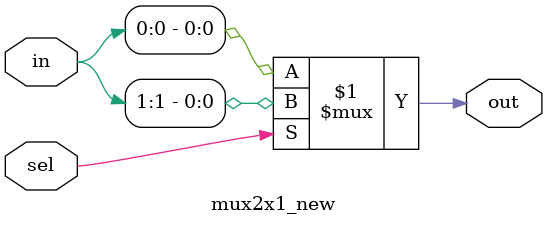
<source format=v>
module top_module (
	input [2:0] SW,      // R
	input [1:0] KEY,     // L and clk
	output [2:0] LEDR);  // Q

    wire d0,d1,d2,xor_temp;    
    assign xor_temp=LEDR[1]^LEDR[2];
    dff_new DFF0(.clk(KEY[0]), .d(d0), .q(LEDR[0]));
    dff_new DFF1(.clk(KEY[0]), .d(d1), .q(LEDR[1]));
    dff_new DFF2(.clk(KEY[0]), .d(d2), .q(LEDR[2]));
    
    mux2x1_new M0(.sel(KEY[1]), .in({SW[0],LEDR[2]}), .out(d0));
    mux2x1_new M1(.sel(KEY[1]), .in({SW[1],LEDR[0]}), .out(d1));
    mux2x1_new M2(.sel(KEY[1]), .in({SW[2],xor_temp}), .out(d2));
endmodule

module dff_new(
    input clk,d,
    output q);
    
    always@(posedge clk)
        q<=d;
endmodule

module mux2x1_new(
    input sel,
    input [1:0]in,
    output out);
    
    assign out = sel?in[1]:in[0];
endmodule

</source>
